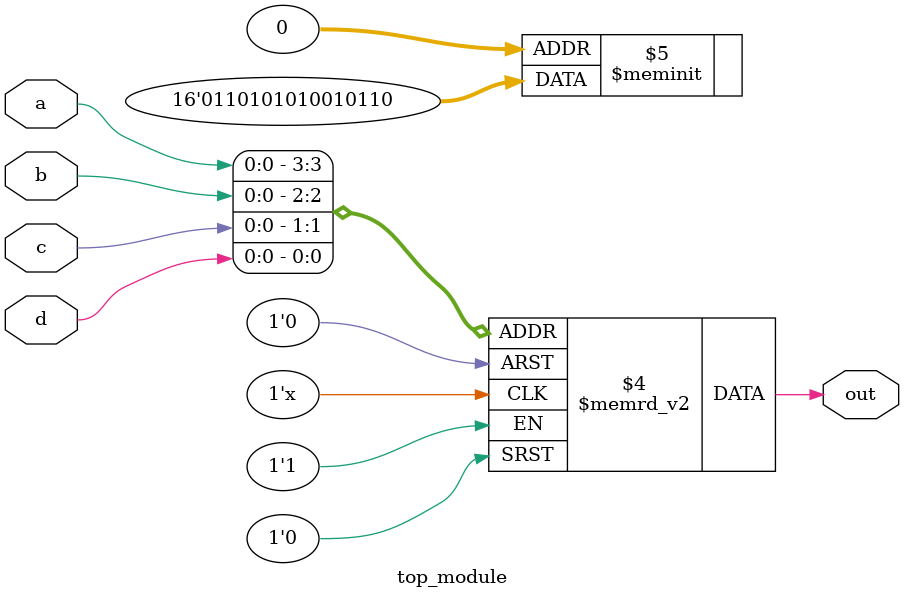
<source format=sv>
module top_module (
	input a, 
	input b,
	input c,
	input d,
	output reg out
);

	always @(*) begin
		case ({a, b, c, d})
			4'b0000: out = 1'b0;
			4'b0001: out = 1'b1;
			4'b0010: out = 1'b1;
			4'b0011: out = 1'b0;
			4'b0100: out = 1'b1;
			4'b0101: out = 1'b0;
			4'b0110: out = 1'b0;
			4'b0111: out = 1'b1;
			4'b1000: out = 1'b0;
			4'b1001: out = 1'b1;
			4'b1010: out = 1'b0;
			4'b1011: out = 1'b1;
			4'b1100: out = 1'b0;
			4'b1101: out = 1'b1;
			4'b1110: out = 1'b1;
			4'b1111: out = 1'b0;
			default: out = 1'b0;
		endcase
	end
	
endmodule

</source>
